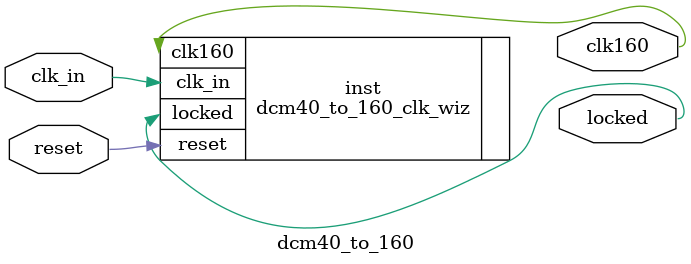
<source format=v>


`timescale 1ps/1ps

(* CORE_GENERATION_INFO = "dcm40_to_160,clk_wiz_v6_0_9_0_0,{component_name=dcm40_to_160,use_phase_alignment=true,use_min_o_jitter=false,use_max_i_jitter=false,use_dyn_phase_shift=false,use_inclk_switchover=false,use_dyn_reconfig=false,enable_axi=0,feedback_source=FDBK_AUTO,PRIMITIVE=MMCM,num_out_clk=1,clkin1_period=25.000,clkin2_period=10.0,use_power_down=false,use_reset=true,use_locked=true,use_inclk_stopped=false,feedback_type=SINGLE,CLOCK_MGR_TYPE=NA,manual_override=false}" *)

module dcm40_to_160 
 (
  // Clock out ports
  output        clk160,
  // Status and control signals
  input         reset,
  output        locked,
 // Clock in ports
  input         clk_in
 );

  dcm40_to_160_clk_wiz inst
  (
  // Clock out ports  
  .clk160(clk160),
  // Status and control signals               
  .reset(reset), 
  .locked(locked),
 // Clock in ports
  .clk_in(clk_in)
  );

endmodule

</source>
